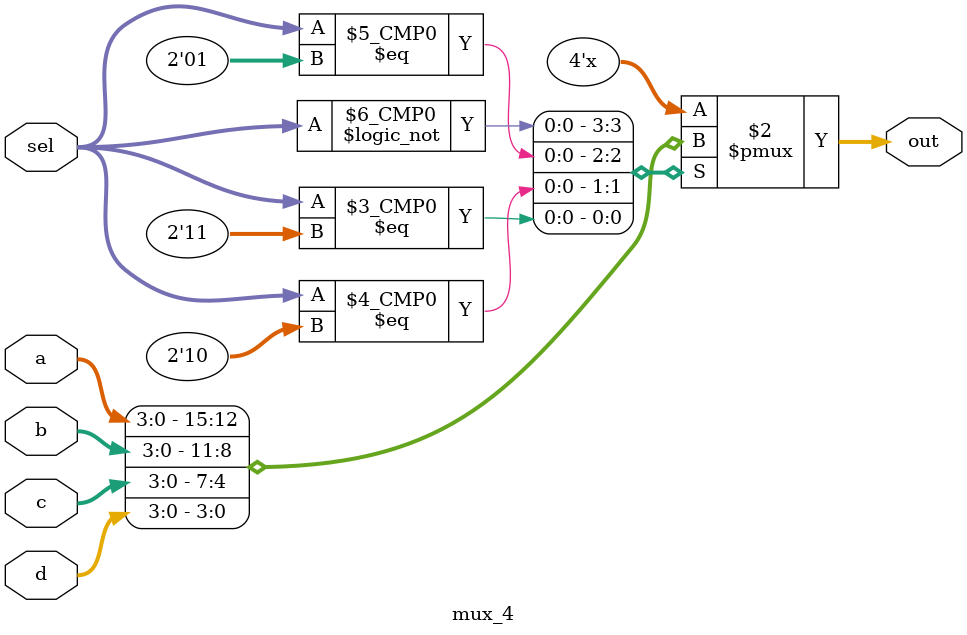
<source format=sv>
/**

Multiplexor de 4 a 1

**/
module mux_4 ( 
	// Canales de entrada
	input [3:0] a,	
   input [3:0] b,
   input [3:0] c,
   input [3:0] d,
	
	// Seleccion de canal de entrada
   input [1:0] sel,
	
	// Se;al de salida
   output reg [3:0] out
	);
 
   always @ (a or b or c or d or sel) begin
      case (sel)
         2'b00 : out <= a;
         2'b01 : out <= b;
         2'b10 : out <= c;
         2'b11 : out <= d;
      endcase
   end
endmodule
 
</source>
